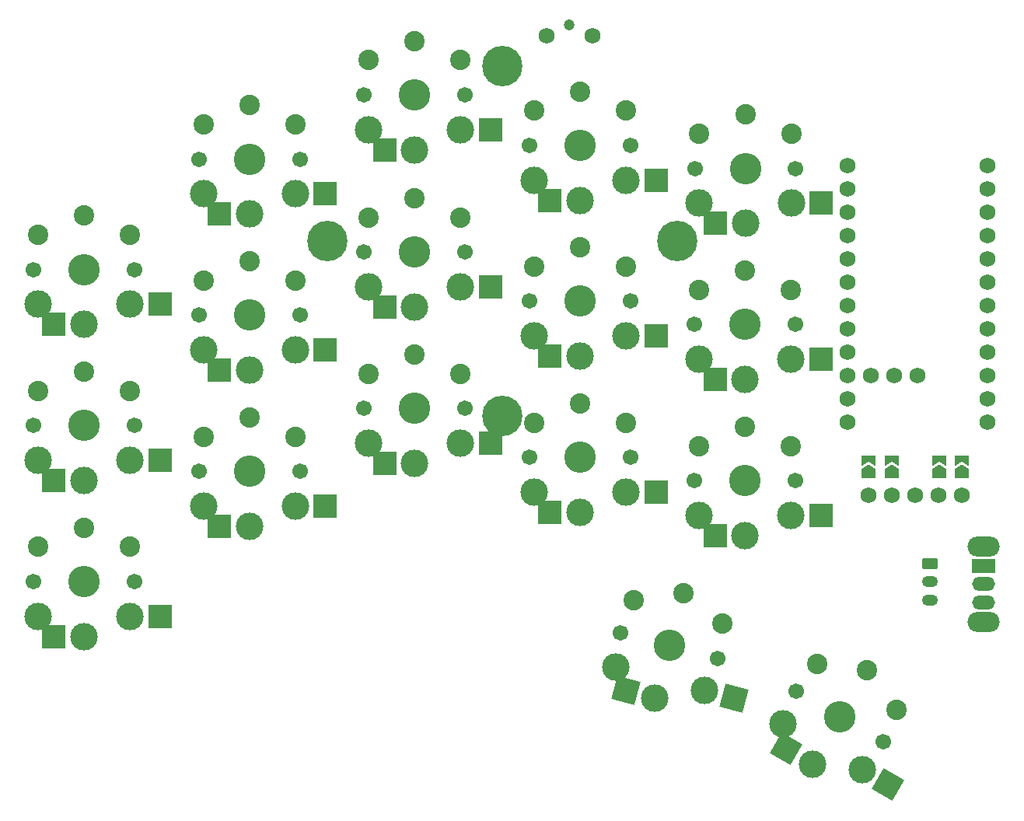
<source format=gbr>
%TF.GenerationSoftware,KiCad,Pcbnew,7.0.8*%
%TF.CreationDate,2023-10-31T13:57:00-04:00*%
%TF.ProjectId,half-swept,68616c66-2d73-4776-9570-742e6b696361,rev?*%
%TF.SameCoordinates,Original*%
%TF.FileFunction,Soldermask,Top*%
%TF.FilePolarity,Negative*%
%FSLAX46Y46*%
G04 Gerber Fmt 4.6, Leading zero omitted, Abs format (unit mm)*
G04 Created by KiCad (PCBNEW 7.0.8) date 2023-10-31 13:57:00*
%MOMM*%
%LPD*%
G01*
G04 APERTURE LIST*
G04 Aperture macros list*
%AMRoundRect*
0 Rectangle with rounded corners*
0 $1 Rounding radius*
0 $2 $3 $4 $5 $6 $7 $8 $9 X,Y pos of 4 corners*
0 Add a 4 corners polygon primitive as box body*
4,1,4,$2,$3,$4,$5,$6,$7,$8,$9,$2,$3,0*
0 Add four circle primitives for the rounded corners*
1,1,$1+$1,$2,$3*
1,1,$1+$1,$4,$5*
1,1,$1+$1,$6,$7*
1,1,$1+$1,$8,$9*
0 Add four rect primitives between the rounded corners*
20,1,$1+$1,$2,$3,$4,$5,0*
20,1,$1+$1,$4,$5,$6,$7,0*
20,1,$1+$1,$6,$7,$8,$9,0*
20,1,$1+$1,$8,$9,$2,$3,0*%
%AMRotRect*
0 Rectangle, with rotation*
0 The origin of the aperture is its center*
0 $1 length*
0 $2 width*
0 $3 Rotation angle, in degrees counterclockwise*
0 Add horizontal line*
21,1,$1,$2,0,0,$3*%
%AMFreePoly0*
4,1,6,1.000000,0.000000,0.500000,-0.750000,-0.500000,-0.750000,-0.500000,0.750000,0.500000,0.750000,1.000000,0.000000,1.000000,0.000000,$1*%
%AMFreePoly1*
4,1,6,0.500000,-0.750000,-0.650000,-0.750000,-0.150000,0.000000,-0.650000,0.750000,0.500000,0.750000,0.500000,-0.750000,0.500000,-0.750000,$1*%
G04 Aperture macros list end*
%ADD10C,1.701800*%
%ADD11C,3.000000*%
%ADD12C,3.429000*%
%ADD13C,2.232000*%
%ADD14RotRect,2.600000X2.600000X165.000000*%
%ADD15C,1.200000*%
%ADD16C,1.750000*%
%ADD17R,2.600000X2.600000*%
%ADD18RotRect,2.600000X2.600000X150.000000*%
%ADD19C,4.400000*%
%ADD20C,1.752600*%
%ADD21FreePoly0,90.000000*%
%ADD22FreePoly1,90.000000*%
%ADD23RoundRect,0.250000X-0.625000X0.350000X-0.625000X-0.350000X0.625000X-0.350000X0.625000X0.350000X0*%
%ADD24O,1.750000X1.200000*%
%ADD25O,3.500000X2.200000*%
%ADD26R,2.500000X1.500000*%
%ADD27O,2.500000X1.500000*%
G04 APERTURE END LIST*
D10*
%TO.C,SW21*%
X91649111Y-83678507D03*
D11*
X90195577Y-87171319D03*
X84796546Y-88002261D03*
D12*
X86336519Y-82255002D03*
D11*
X80536318Y-84583129D03*
D10*
X81023927Y-80831497D03*
D13*
X87863551Y-76556040D03*
D14*
X81633139Y-87154628D03*
X93358984Y-88018951D03*
D13*
X92149661Y-79878579D03*
X82490402Y-77290389D03*
%TD*%
D15*
%TO.C,RSW1*%
X75451865Y-14657504D03*
D16*
X72951865Y-15867504D03*
X77951865Y-15867504D03*
%TD*%
D10*
%TO.C,SW2*%
X28126865Y-41305002D03*
D11*
X27626865Y-45055002D03*
X22626865Y-47255002D03*
D12*
X22626865Y-41305002D03*
D11*
X17626865Y-45055002D03*
D10*
X17126865Y-41305002D03*
D13*
X22626865Y-35405002D03*
D17*
X19351865Y-47255002D03*
X30901865Y-45055002D03*
D13*
X27626865Y-37505002D03*
X17626865Y-37505002D03*
%TD*%
D10*
%TO.C,SW3*%
X46126867Y-29305002D03*
D11*
X45626867Y-33055002D03*
X40626867Y-35255002D03*
D12*
X40626867Y-29305002D03*
D11*
X35626867Y-33055002D03*
D10*
X35126867Y-29305002D03*
D13*
X40626867Y-23405002D03*
D17*
X37351867Y-35255002D03*
X48901867Y-33055002D03*
D13*
X45626867Y-25505002D03*
X35626867Y-25505002D03*
%TD*%
D10*
%TO.C,SW4*%
X64126864Y-22305002D03*
D11*
X63626864Y-26055002D03*
X58626864Y-28255002D03*
D12*
X58626864Y-22305002D03*
D11*
X53626864Y-26055002D03*
D10*
X53126864Y-22305002D03*
D13*
X58626864Y-16405002D03*
D17*
X55351864Y-28255002D03*
X66901864Y-26055002D03*
D13*
X63626864Y-18505002D03*
X53626864Y-18505002D03*
%TD*%
D10*
%TO.C,SW5*%
X82126865Y-27805003D03*
D11*
X81626865Y-31555003D03*
X76626865Y-33755003D03*
D12*
X76626865Y-27805003D03*
D11*
X71626865Y-31555003D03*
D10*
X71126865Y-27805003D03*
D13*
X76626865Y-21905003D03*
D17*
X73351865Y-33755003D03*
X84901865Y-31555003D03*
D13*
X81626865Y-24005003D03*
X71626865Y-24005003D03*
%TD*%
D10*
%TO.C,SW6*%
X100126863Y-30305002D03*
D11*
X99626863Y-34055002D03*
X94626863Y-36255002D03*
D12*
X94626863Y-30305002D03*
D11*
X89626863Y-34055002D03*
D10*
X89126863Y-30305002D03*
D13*
X94626863Y-24405002D03*
D17*
X91351863Y-36255002D03*
X102901863Y-34055002D03*
D13*
X99626863Y-26505002D03*
X89626863Y-26505002D03*
%TD*%
D10*
%TO.C,SW8*%
X28126865Y-58305002D03*
D11*
X27626865Y-62055002D03*
X22626865Y-64255002D03*
D12*
X22626865Y-58305002D03*
D11*
X17626865Y-62055002D03*
D10*
X17126865Y-58305002D03*
D13*
X22626865Y-52405002D03*
D17*
X19351865Y-64255002D03*
X30901865Y-62055002D03*
D13*
X27626865Y-54505002D03*
X17626865Y-54505002D03*
%TD*%
D10*
%TO.C,SW9*%
X46126867Y-46279002D03*
D11*
X45626867Y-50029002D03*
X40626867Y-52229002D03*
D12*
X40626867Y-46279002D03*
D11*
X35626867Y-50029002D03*
D10*
X35126867Y-46279002D03*
D13*
X40626867Y-40379002D03*
D17*
X37351867Y-52229002D03*
X48901867Y-50029002D03*
D13*
X45626867Y-42479002D03*
X35626867Y-42479002D03*
%TD*%
D10*
%TO.C,SW10*%
X64126866Y-39421002D03*
D11*
X63626866Y-43171002D03*
X58626866Y-45371002D03*
D12*
X58626866Y-39421002D03*
D11*
X53626866Y-43171002D03*
D10*
X53126866Y-39421002D03*
D13*
X58626866Y-33521002D03*
D17*
X55351866Y-45371002D03*
X66901866Y-43171002D03*
D13*
X63626866Y-35621002D03*
X53626866Y-35621002D03*
%TD*%
D10*
%TO.C,SW11*%
X82126867Y-44755005D03*
D11*
X81626867Y-48505005D03*
X76626867Y-50705005D03*
D12*
X76626867Y-44755005D03*
D11*
X71626867Y-48505005D03*
D10*
X71126867Y-44755005D03*
D13*
X76626867Y-38855005D03*
D17*
X73351867Y-50705005D03*
X84901867Y-48505005D03*
D13*
X81626867Y-40955005D03*
X71626867Y-40955005D03*
%TD*%
D10*
%TO.C,SW12*%
X100106865Y-47295002D03*
D11*
X99606865Y-51045002D03*
X94606865Y-53245002D03*
D12*
X94606865Y-47295002D03*
D11*
X89606865Y-51045002D03*
D10*
X89106865Y-47295002D03*
D13*
X94606865Y-41395002D03*
D17*
X91331865Y-53245002D03*
X102881865Y-51045002D03*
D13*
X99606865Y-43495002D03*
X89606865Y-43495002D03*
%TD*%
D10*
%TO.C,SW14*%
X28126865Y-75304999D03*
D11*
X27626865Y-79054999D03*
X22626865Y-81254999D03*
D12*
X22626865Y-75304999D03*
D11*
X17626865Y-79054999D03*
D10*
X17126865Y-75304999D03*
D13*
X22626865Y-69404999D03*
D17*
X19351865Y-81254999D03*
X30901865Y-79054999D03*
D13*
X27626865Y-71504999D03*
X17626865Y-71504999D03*
%TD*%
D10*
%TO.C,SW15*%
X46126864Y-63297001D03*
D11*
X45626864Y-67047001D03*
X40626864Y-69247001D03*
D12*
X40626864Y-63297001D03*
D11*
X35626864Y-67047001D03*
D10*
X35126864Y-63297001D03*
D13*
X40626864Y-57397001D03*
D17*
X37351864Y-69247001D03*
X48901864Y-67047001D03*
D13*
X45626864Y-59497001D03*
X35626864Y-59497001D03*
%TD*%
D10*
%TO.C,SW16*%
X64126863Y-56439003D03*
D11*
X63626863Y-60189003D03*
X58626863Y-62389003D03*
D12*
X58626863Y-56439003D03*
D11*
X53626863Y-60189003D03*
D10*
X53126863Y-56439003D03*
D13*
X58626863Y-50539003D03*
D17*
X55351863Y-62389003D03*
X66901863Y-60189003D03*
D13*
X63626863Y-52639003D03*
X53626863Y-52639003D03*
%TD*%
D10*
%TO.C,SW17*%
X82126865Y-61773005D03*
D11*
X81626865Y-65523005D03*
X76626865Y-67723005D03*
D12*
X76626865Y-61773005D03*
D11*
X71626865Y-65523005D03*
D10*
X71126865Y-61773005D03*
D13*
X76626865Y-55873005D03*
D17*
X73351865Y-67723005D03*
X84901865Y-65523005D03*
D13*
X81626865Y-57973005D03*
X71626865Y-57973005D03*
%TD*%
D10*
%TO.C,SW18*%
X100100519Y-64313002D03*
D11*
X99600519Y-68063002D03*
X94600519Y-70263002D03*
D12*
X94600519Y-64313002D03*
D11*
X89600519Y-68063002D03*
D10*
X89100519Y-64313002D03*
D13*
X94600519Y-58413002D03*
D17*
X91325519Y-70263002D03*
X102875519Y-68063002D03*
D13*
X99600519Y-60513002D03*
X89600519Y-60513002D03*
%TD*%
D10*
%TO.C,SW20*%
X109659659Y-92755002D03*
D11*
X107351646Y-95752597D03*
X101921519Y-95157853D03*
D12*
X104896519Y-90005002D03*
D11*
X98691392Y-90752597D03*
D10*
X100133379Y-87255002D03*
D13*
X107846519Y-84895452D03*
D18*
X99085286Y-93520353D03*
X110187879Y-97390097D03*
D13*
X111126646Y-89214105D03*
X102466392Y-84214105D03*
%TD*%
D19*
%TO.C,REF\u002A\u002A*%
X49076866Y-38205003D03*
X68126866Y-19155003D03*
X68126866Y-57255003D03*
X87176866Y-38205003D03*
%TD*%
D20*
%TO.C,U1*%
X105756864Y-29971752D03*
X105756864Y-32511752D03*
X105756864Y-35051752D03*
X105756864Y-37591752D03*
X105756864Y-40131752D03*
X105756864Y-42671752D03*
X105756864Y-45211752D03*
X105756864Y-47751752D03*
X105756864Y-50291752D03*
X105756864Y-52831752D03*
X105756864Y-55371752D03*
X105756864Y-57911752D03*
X120996864Y-57911752D03*
X120996864Y-55371752D03*
X120996864Y-52831752D03*
X120996864Y-50291752D03*
X120996864Y-47751752D03*
X120996864Y-45211752D03*
X120996864Y-42671752D03*
X120996864Y-40131752D03*
X120996864Y-37591752D03*
X120996864Y-35051752D03*
X120996864Y-32511752D03*
X120996864Y-29971752D03*
X108296864Y-52831752D03*
X110836864Y-52831752D03*
X113376864Y-52831752D03*
%TD*%
D21*
%TO.C,JP7*%
X115710000Y-63510000D03*
D22*
X115710000Y-62060000D03*
%TD*%
D21*
%TO.C,JP6*%
X110620000Y-63515000D03*
D22*
X110620000Y-62065000D03*
%TD*%
D23*
%TO.C,J1*%
X114733066Y-73312291D03*
D24*
X114733066Y-75312291D03*
X114733066Y-77312291D03*
%TD*%
D21*
%TO.C,JP5*%
X108070000Y-63515000D03*
D22*
X108070000Y-62065000D03*
%TD*%
D21*
%TO.C,JP8*%
X118230000Y-63515000D03*
D22*
X118230000Y-62065000D03*
%TD*%
D20*
%TO.C,Display1*%
X108073066Y-65902292D03*
X110613066Y-65902292D03*
X113153066Y-65902292D03*
X115693066Y-65902292D03*
X118233066Y-65902292D03*
%TD*%
D25*
%TO.C,SW7*%
X120590000Y-71470000D03*
X120590000Y-79670000D03*
D26*
X120590000Y-73570000D03*
D27*
X120590000Y-75570000D03*
X120590000Y-77570000D03*
%TD*%
M02*

</source>
